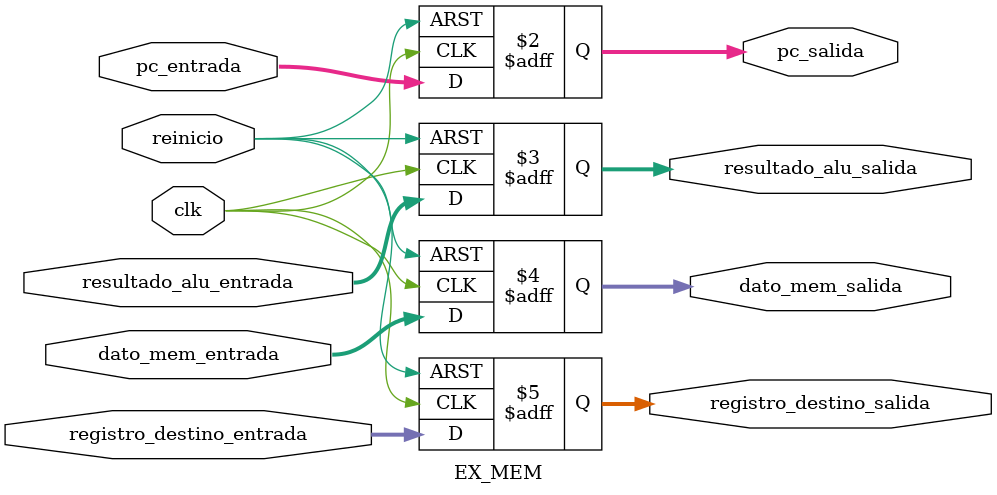
<source format=v>
module EX_MEM(
    input wire clk,
    input wire reinicio,
    input wire [31:0] pc_entrada,             
    input wire [31:0] resultado_alu_entrada, 
    input wire [31:0] dato_mem_entrada,     
    input wire [4:0] registro_destino_entrada, 
    output reg [31:0] pc_salida,
    output reg [31:0] resultado_alu_salida,
    output reg [31:0] dato_mem_salida,
    output reg [4:0] registro_destino_salida
);
    always @(posedge clk or posedge reinicio) begin
        if (reinicio) begin
            pc_salida <= 0;
            resultado_alu_salida <= 0;
            dato_mem_salida <= 0;
            registro_destino_salida <= 0;
        end else begin
            pc_salida <= pc_entrada;
            resultado_alu_salida <= resultado_alu_entrada;
            dato_mem_salida <= dato_mem_entrada;
            registro_destino_salida <= registro_destino_entrada;
        end
    end
endmodule


</source>
